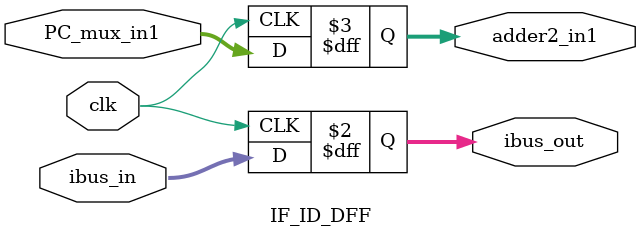
<source format=v>
`timescale 1ns / 1ps


module IF_ID_DFF(ibus_in, clk, PC_mux_in1, ibus_out, adder2_in1);
    input [31:0] ibus_in;
    input clk; 
    input [63:0] PC_mux_in1;
    output reg [31:0] ibus_out;
    output reg [63:0] adder2_in1;
    
    always@(posedge clk) begin
        ibus_out = ibus_in; 
        adder2_in1 = PC_mux_in1; 
    end
    
endmodule

</source>
